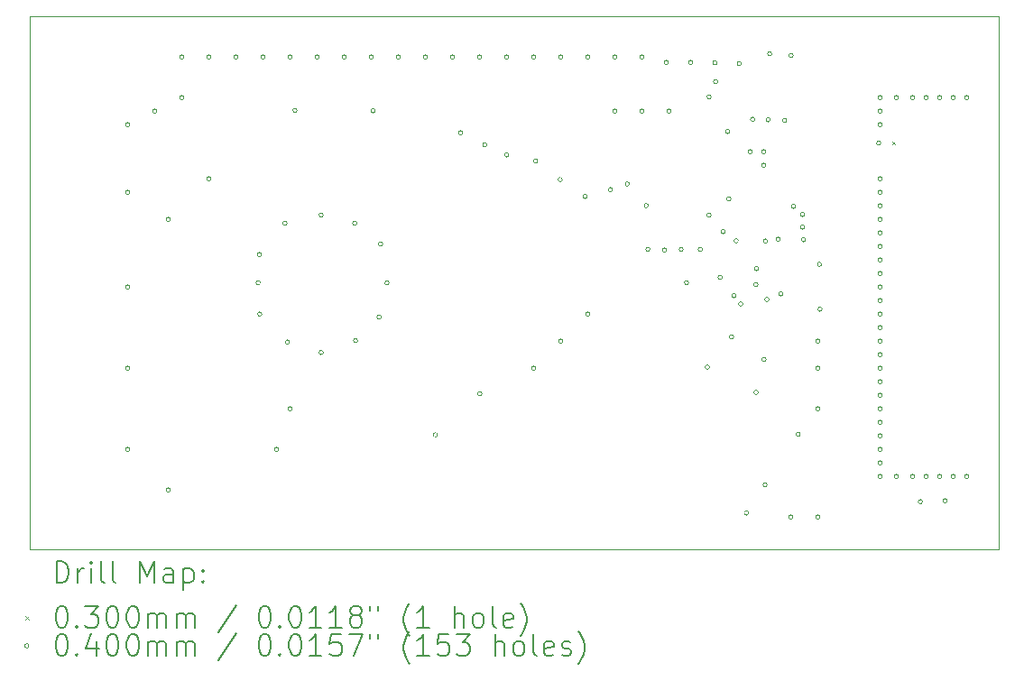
<source format=gbr>
%TF.GenerationSoftware,KiCad,Pcbnew,7.0.6*%
%TF.CreationDate,2024-11-23T01:35:05+01:00*%
%TF.ProjectId,nRF52832_visitcard,6e524635-3238-4333-925f-766973697463,v0.1*%
%TF.SameCoordinates,Original*%
%TF.FileFunction,Drillmap*%
%TF.FilePolarity,Positive*%
%FSLAX45Y45*%
G04 Gerber Fmt 4.5, Leading zero omitted, Abs format (unit mm)*
G04 Created by KiCad (PCBNEW 7.0.6) date 2024-11-23 01:35:05*
%MOMM*%
%LPD*%
G01*
G04 APERTURE LIST*
%ADD10C,0.100000*%
%ADD11C,0.200000*%
%ADD12C,0.030000*%
%ADD13C,0.040000*%
G04 APERTURE END LIST*
D10*
X10000000Y-8000000D02*
X19100000Y-8000000D01*
X19100000Y-13000000D01*
X10000000Y-13000000D01*
X10000000Y-8000000D01*
D11*
D12*
X18095200Y-9172660D02*
X18125200Y-9202660D01*
X18125200Y-9172660D02*
X18095200Y-9202660D01*
D13*
X10942000Y-9017000D02*
G75*
G03*
X10942000Y-9017000I-20000J0D01*
G01*
X10942000Y-9652000D02*
G75*
G03*
X10942000Y-9652000I-20000J0D01*
G01*
X10942000Y-10541000D02*
G75*
G03*
X10942000Y-10541000I-20000J0D01*
G01*
X10942000Y-11303000D02*
G75*
G03*
X10942000Y-11303000I-20000J0D01*
G01*
X10942000Y-12065000D02*
G75*
G03*
X10942000Y-12065000I-20000J0D01*
G01*
X11196000Y-8890000D02*
G75*
G03*
X11196000Y-8890000I-20000J0D01*
G01*
X11323000Y-9906000D02*
G75*
G03*
X11323000Y-9906000I-20000J0D01*
G01*
X11323000Y-12446000D02*
G75*
G03*
X11323000Y-12446000I-20000J0D01*
G01*
X11450000Y-8382000D02*
G75*
G03*
X11450000Y-8382000I-20000J0D01*
G01*
X11450000Y-8763000D02*
G75*
G03*
X11450000Y-8763000I-20000J0D01*
G01*
X11704000Y-8382000D02*
G75*
G03*
X11704000Y-8382000I-20000J0D01*
G01*
X11704000Y-9525000D02*
G75*
G03*
X11704000Y-9525000I-20000J0D01*
G01*
X11958000Y-8382000D02*
G75*
G03*
X11958000Y-8382000I-20000J0D01*
G01*
X12166280Y-10500360D02*
G75*
G03*
X12166280Y-10500360I-20000J0D01*
G01*
X12178980Y-10236200D02*
G75*
G03*
X12178980Y-10236200I-20000J0D01*
G01*
X12181520Y-10795000D02*
G75*
G03*
X12181520Y-10795000I-20000J0D01*
G01*
X12212000Y-8382000D02*
G75*
G03*
X12212000Y-8382000I-20000J0D01*
G01*
X12339000Y-12065000D02*
G75*
G03*
X12339000Y-12065000I-20000J0D01*
G01*
X12417740Y-9944100D02*
G75*
G03*
X12417740Y-9944100I-20000J0D01*
G01*
X12443140Y-11056620D02*
G75*
G03*
X12443140Y-11056620I-20000J0D01*
G01*
X12466000Y-8382000D02*
G75*
G03*
X12466000Y-8382000I-20000J0D01*
G01*
X12466000Y-11684000D02*
G75*
G03*
X12466000Y-11684000I-20000J0D01*
G01*
X12511720Y-8882380D02*
G75*
G03*
X12511720Y-8882380I-20000J0D01*
G01*
X12720000Y-8382000D02*
G75*
G03*
X12720000Y-8382000I-20000J0D01*
G01*
X12758100Y-9865360D02*
G75*
G03*
X12758100Y-9865360I-20000J0D01*
G01*
X12758100Y-11155680D02*
G75*
G03*
X12758100Y-11155680I-20000J0D01*
G01*
X12974000Y-8382000D02*
G75*
G03*
X12974000Y-8382000I-20000J0D01*
G01*
X13072965Y-9943815D02*
G75*
G03*
X13072965Y-9943815I-20000J0D01*
G01*
X13080680Y-11043920D02*
G75*
G03*
X13080680Y-11043920I-20000J0D01*
G01*
X13228000Y-8382000D02*
G75*
G03*
X13228000Y-8382000I-20000J0D01*
G01*
X13245780Y-8887460D02*
G75*
G03*
X13245780Y-8887460I-20000J0D01*
G01*
X13301660Y-10822940D02*
G75*
G03*
X13301660Y-10822940I-20000J0D01*
G01*
X13314360Y-10137140D02*
G75*
G03*
X13314360Y-10137140I-20000J0D01*
G01*
X13375320Y-10502900D02*
G75*
G03*
X13375320Y-10502900I-20000J0D01*
G01*
X13482000Y-8382000D02*
G75*
G03*
X13482000Y-8382000I-20000J0D01*
G01*
X13736000Y-8382000D02*
G75*
G03*
X13736000Y-8382000I-20000J0D01*
G01*
X13829980Y-11927840D02*
G75*
G03*
X13829980Y-11927840I-20000J0D01*
G01*
X13990000Y-8382000D02*
G75*
G03*
X13990000Y-8382000I-20000J0D01*
G01*
X14066200Y-9093200D02*
G75*
G03*
X14066200Y-9093200I-20000J0D01*
G01*
X14244000Y-8382000D02*
G75*
G03*
X14244000Y-8382000I-20000J0D01*
G01*
X14246540Y-11541760D02*
G75*
G03*
X14246540Y-11541760I-20000J0D01*
G01*
X14294800Y-9204960D02*
G75*
G03*
X14294800Y-9204960I-20000J0D01*
G01*
X14498000Y-8382000D02*
G75*
G03*
X14498000Y-8382000I-20000J0D01*
G01*
X14500540Y-9301480D02*
G75*
G03*
X14500540Y-9301480I-20000J0D01*
G01*
X14752000Y-8382000D02*
G75*
G03*
X14752000Y-8382000I-20000J0D01*
G01*
X14752000Y-11303000D02*
G75*
G03*
X14752000Y-11303000I-20000J0D01*
G01*
X14769780Y-9357360D02*
G75*
G03*
X14769780Y-9357360I-20000J0D01*
G01*
X15000920Y-9532620D02*
G75*
G03*
X15000920Y-9532620I-20000J0D01*
G01*
X15006000Y-8382000D02*
G75*
G03*
X15006000Y-8382000I-20000J0D01*
G01*
X15006000Y-11049000D02*
G75*
G03*
X15006000Y-11049000I-20000J0D01*
G01*
X15234600Y-9690100D02*
G75*
G03*
X15234600Y-9690100I-20000J0D01*
G01*
X15260000Y-8382000D02*
G75*
G03*
X15260000Y-8382000I-20000J0D01*
G01*
X15260000Y-10795000D02*
G75*
G03*
X15260000Y-10795000I-20000J0D01*
G01*
X15473360Y-9626600D02*
G75*
G03*
X15473360Y-9626600I-20000J0D01*
G01*
X15514000Y-8382000D02*
G75*
G03*
X15514000Y-8382000I-20000J0D01*
G01*
X15514000Y-8890000D02*
G75*
G03*
X15514000Y-8890000I-20000J0D01*
G01*
X15630840Y-9573260D02*
G75*
G03*
X15630840Y-9573260I-20000J0D01*
G01*
X15768000Y-8382000D02*
G75*
G03*
X15768000Y-8382000I-20000J0D01*
G01*
X15768000Y-8890000D02*
G75*
G03*
X15768000Y-8890000I-20000J0D01*
G01*
X15808640Y-9776460D02*
G75*
G03*
X15808640Y-9776460I-20000J0D01*
G01*
X15823880Y-10185400D02*
G75*
G03*
X15823880Y-10185400I-20000J0D01*
G01*
X15978820Y-10193020D02*
G75*
G03*
X15978820Y-10193020I-20000J0D01*
G01*
X15996600Y-8432800D02*
G75*
G03*
X15996600Y-8432800I-20000J0D01*
G01*
X16022000Y-8890000D02*
G75*
G03*
X16022000Y-8890000I-20000J0D01*
G01*
X16136300Y-10187940D02*
G75*
G03*
X16136300Y-10187940I-20000J0D01*
G01*
X16187100Y-10500360D02*
G75*
G03*
X16187100Y-10500360I-20000J0D01*
G01*
X16225200Y-8432800D02*
G75*
G03*
X16225200Y-8432800I-20000J0D01*
G01*
X16316641Y-10187939D02*
G75*
G03*
X16316641Y-10187939I-20000J0D01*
G01*
X16382680Y-11292840D02*
G75*
G03*
X16382680Y-11292840I-20000J0D01*
G01*
X16397920Y-8755380D02*
G75*
G03*
X16397920Y-8755380I-20000J0D01*
G01*
X16397920Y-9865360D02*
G75*
G03*
X16397920Y-9865360I-20000J0D01*
G01*
X16453800Y-8435340D02*
G75*
G03*
X16453800Y-8435340I-20000J0D01*
G01*
X16458880Y-8613140D02*
G75*
G03*
X16458880Y-8613140I-20000J0D01*
G01*
X16502060Y-10449560D02*
G75*
G03*
X16502060Y-10449560I-20000J0D01*
G01*
X16530000Y-10020300D02*
G75*
G03*
X16530000Y-10020300I-20000J0D01*
G01*
X16573180Y-9082080D02*
G75*
G03*
X16573180Y-9082080I-20000J0D01*
G01*
X16583340Y-9712960D02*
G75*
G03*
X16583340Y-9712960I-20000J0D01*
G01*
X16608740Y-11010900D02*
G75*
G03*
X16608740Y-11010900I-20000J0D01*
G01*
X16631600Y-10621820D02*
G75*
G03*
X16631600Y-10621820I-20000J0D01*
G01*
X16651920Y-10106660D02*
G75*
G03*
X16651920Y-10106660I-20000J0D01*
G01*
X16682400Y-8442960D02*
G75*
G03*
X16682400Y-8442960I-20000J0D01*
G01*
X16694428Y-10699619D02*
G75*
G03*
X16694428Y-10699619I-20000J0D01*
G01*
X16748440Y-12661900D02*
G75*
G03*
X16748440Y-12661900I-20000J0D01*
G01*
X16784000Y-9271000D02*
G75*
G03*
X16784000Y-9271000I-20000J0D01*
G01*
X16806860Y-8966200D02*
G75*
G03*
X16806860Y-8966200I-20000J0D01*
G01*
X16837340Y-10518140D02*
G75*
G03*
X16837340Y-10518140I-20000J0D01*
G01*
X16839880Y-11529060D02*
G75*
G03*
X16839880Y-11529060I-20000J0D01*
G01*
X16842420Y-10368280D02*
G75*
G03*
X16842420Y-10368280I-20000J0D01*
G01*
X16911000Y-9271000D02*
G75*
G03*
X16911000Y-9271000I-20000J0D01*
G01*
X16911000Y-9398000D02*
G75*
G03*
X16911000Y-9398000I-20000J0D01*
G01*
X16913540Y-11221720D02*
G75*
G03*
X16913540Y-11221720I-20000J0D01*
G01*
X16923700Y-12397740D02*
G75*
G03*
X16923700Y-12397740I-20000J0D01*
G01*
X16926682Y-10109707D02*
G75*
G03*
X16926682Y-10109707I-20000J0D01*
G01*
X16941480Y-10657840D02*
G75*
G03*
X16941480Y-10657840I-20000J0D01*
G01*
X16951640Y-8971280D02*
G75*
G03*
X16951640Y-8971280I-20000J0D01*
G01*
X16966880Y-8351520D02*
G75*
G03*
X16966880Y-8351520I-20000J0D01*
G01*
X17045620Y-10091420D02*
G75*
G03*
X17045620Y-10091420I-20000J0D01*
G01*
X17071210Y-10604500D02*
G75*
G03*
X17071210Y-10604500I-20000J0D01*
G01*
X17106580Y-8976360D02*
G75*
G03*
X17106580Y-8976360I-20000J0D01*
G01*
X17165000Y-12700000D02*
G75*
G03*
X17165000Y-12700000I-20000J0D01*
G01*
X17167540Y-8369300D02*
G75*
G03*
X17167540Y-8369300I-20000J0D01*
G01*
X17189938Y-9783005D02*
G75*
G03*
X17189938Y-9783005I-20000J0D01*
G01*
X17233580Y-11922760D02*
G75*
G03*
X17233580Y-11922760I-20000J0D01*
G01*
X17276404Y-9860869D02*
G75*
G03*
X17276404Y-9860869I-20000J0D01*
G01*
X17276760Y-9979660D02*
G75*
G03*
X17276760Y-9979660I-20000J0D01*
G01*
X17284380Y-10096500D02*
G75*
G03*
X17284380Y-10096500I-20000J0D01*
G01*
X17419000Y-11049000D02*
G75*
G03*
X17419000Y-11049000I-20000J0D01*
G01*
X17419000Y-11303000D02*
G75*
G03*
X17419000Y-11303000I-20000J0D01*
G01*
X17419000Y-11684000D02*
G75*
G03*
X17419000Y-11684000I-20000J0D01*
G01*
X17419000Y-12700000D02*
G75*
G03*
X17419000Y-12700000I-20000J0D01*
G01*
X17434240Y-10327640D02*
G75*
G03*
X17434240Y-10327640I-20000J0D01*
G01*
X17439320Y-10749280D02*
G75*
G03*
X17439320Y-10749280I-20000J0D01*
G01*
X17990500Y-9189720D02*
G75*
G03*
X17990500Y-9189720I-20000J0D01*
G01*
X18003200Y-8763000D02*
G75*
G03*
X18003200Y-8763000I-20000J0D01*
G01*
X18003200Y-8890000D02*
G75*
G03*
X18003200Y-8890000I-20000J0D01*
G01*
X18003200Y-9017000D02*
G75*
G03*
X18003200Y-9017000I-20000J0D01*
G01*
X18003200Y-9525000D02*
G75*
G03*
X18003200Y-9525000I-20000J0D01*
G01*
X18003200Y-9652000D02*
G75*
G03*
X18003200Y-9652000I-20000J0D01*
G01*
X18003200Y-9779000D02*
G75*
G03*
X18003200Y-9779000I-20000J0D01*
G01*
X18003200Y-9906000D02*
G75*
G03*
X18003200Y-9906000I-20000J0D01*
G01*
X18003200Y-10033000D02*
G75*
G03*
X18003200Y-10033000I-20000J0D01*
G01*
X18003200Y-10160000D02*
G75*
G03*
X18003200Y-10160000I-20000J0D01*
G01*
X18003200Y-10287000D02*
G75*
G03*
X18003200Y-10287000I-20000J0D01*
G01*
X18003200Y-10414000D02*
G75*
G03*
X18003200Y-10414000I-20000J0D01*
G01*
X18003200Y-10541000D02*
G75*
G03*
X18003200Y-10541000I-20000J0D01*
G01*
X18003200Y-10668000D02*
G75*
G03*
X18003200Y-10668000I-20000J0D01*
G01*
X18003200Y-10795000D02*
G75*
G03*
X18003200Y-10795000I-20000J0D01*
G01*
X18003200Y-10922000D02*
G75*
G03*
X18003200Y-10922000I-20000J0D01*
G01*
X18003200Y-11049000D02*
G75*
G03*
X18003200Y-11049000I-20000J0D01*
G01*
X18003200Y-11176000D02*
G75*
G03*
X18003200Y-11176000I-20000J0D01*
G01*
X18003200Y-11303000D02*
G75*
G03*
X18003200Y-11303000I-20000J0D01*
G01*
X18003200Y-11430000D02*
G75*
G03*
X18003200Y-11430000I-20000J0D01*
G01*
X18003200Y-11557000D02*
G75*
G03*
X18003200Y-11557000I-20000J0D01*
G01*
X18003200Y-11684000D02*
G75*
G03*
X18003200Y-11684000I-20000J0D01*
G01*
X18003200Y-11811000D02*
G75*
G03*
X18003200Y-11811000I-20000J0D01*
G01*
X18003200Y-11938000D02*
G75*
G03*
X18003200Y-11938000I-20000J0D01*
G01*
X18003200Y-12065000D02*
G75*
G03*
X18003200Y-12065000I-20000J0D01*
G01*
X18003200Y-12192000D02*
G75*
G03*
X18003200Y-12192000I-20000J0D01*
G01*
X18003200Y-12319000D02*
G75*
G03*
X18003200Y-12319000I-20000J0D01*
G01*
X18155600Y-8763000D02*
G75*
G03*
X18155600Y-8763000I-20000J0D01*
G01*
X18155600Y-12319000D02*
G75*
G03*
X18155600Y-12319000I-20000J0D01*
G01*
X18308000Y-8763000D02*
G75*
G03*
X18308000Y-8763000I-20000J0D01*
G01*
X18308000Y-12319000D02*
G75*
G03*
X18308000Y-12319000I-20000J0D01*
G01*
X18381660Y-12555220D02*
G75*
G03*
X18381660Y-12555220I-20000J0D01*
G01*
X18435000Y-8763000D02*
G75*
G03*
X18435000Y-8763000I-20000J0D01*
G01*
X18435000Y-12319000D02*
G75*
G03*
X18435000Y-12319000I-20000J0D01*
G01*
X18562000Y-8763000D02*
G75*
G03*
X18562000Y-8763000I-20000J0D01*
G01*
X18562000Y-12319000D02*
G75*
G03*
X18562000Y-12319000I-20000J0D01*
G01*
X18612800Y-12547600D02*
G75*
G03*
X18612800Y-12547600I-20000J0D01*
G01*
X18689000Y-8763000D02*
G75*
G03*
X18689000Y-8763000I-20000J0D01*
G01*
X18689000Y-12319000D02*
G75*
G03*
X18689000Y-12319000I-20000J0D01*
G01*
X18816000Y-8763000D02*
G75*
G03*
X18816000Y-8763000I-20000J0D01*
G01*
X18816000Y-12319000D02*
G75*
G03*
X18816000Y-12319000I-20000J0D01*
G01*
D11*
X10255777Y-13316484D02*
X10255777Y-13116484D01*
X10255777Y-13116484D02*
X10303396Y-13116484D01*
X10303396Y-13116484D02*
X10331967Y-13126008D01*
X10331967Y-13126008D02*
X10351015Y-13145055D01*
X10351015Y-13145055D02*
X10360539Y-13164103D01*
X10360539Y-13164103D02*
X10370063Y-13202198D01*
X10370063Y-13202198D02*
X10370063Y-13230769D01*
X10370063Y-13230769D02*
X10360539Y-13268865D01*
X10360539Y-13268865D02*
X10351015Y-13287912D01*
X10351015Y-13287912D02*
X10331967Y-13306960D01*
X10331967Y-13306960D02*
X10303396Y-13316484D01*
X10303396Y-13316484D02*
X10255777Y-13316484D01*
X10455777Y-13316484D02*
X10455777Y-13183150D01*
X10455777Y-13221246D02*
X10465301Y-13202198D01*
X10465301Y-13202198D02*
X10474824Y-13192674D01*
X10474824Y-13192674D02*
X10493872Y-13183150D01*
X10493872Y-13183150D02*
X10512920Y-13183150D01*
X10579586Y-13316484D02*
X10579586Y-13183150D01*
X10579586Y-13116484D02*
X10570063Y-13126008D01*
X10570063Y-13126008D02*
X10579586Y-13135531D01*
X10579586Y-13135531D02*
X10589110Y-13126008D01*
X10589110Y-13126008D02*
X10579586Y-13116484D01*
X10579586Y-13116484D02*
X10579586Y-13135531D01*
X10703396Y-13316484D02*
X10684348Y-13306960D01*
X10684348Y-13306960D02*
X10674824Y-13287912D01*
X10674824Y-13287912D02*
X10674824Y-13116484D01*
X10808158Y-13316484D02*
X10789110Y-13306960D01*
X10789110Y-13306960D02*
X10779586Y-13287912D01*
X10779586Y-13287912D02*
X10779586Y-13116484D01*
X11036729Y-13316484D02*
X11036729Y-13116484D01*
X11036729Y-13116484D02*
X11103396Y-13259341D01*
X11103396Y-13259341D02*
X11170063Y-13116484D01*
X11170063Y-13116484D02*
X11170063Y-13316484D01*
X11351015Y-13316484D02*
X11351015Y-13211722D01*
X11351015Y-13211722D02*
X11341491Y-13192674D01*
X11341491Y-13192674D02*
X11322443Y-13183150D01*
X11322443Y-13183150D02*
X11284348Y-13183150D01*
X11284348Y-13183150D02*
X11265301Y-13192674D01*
X11351015Y-13306960D02*
X11331967Y-13316484D01*
X11331967Y-13316484D02*
X11284348Y-13316484D01*
X11284348Y-13316484D02*
X11265301Y-13306960D01*
X11265301Y-13306960D02*
X11255777Y-13287912D01*
X11255777Y-13287912D02*
X11255777Y-13268865D01*
X11255777Y-13268865D02*
X11265301Y-13249817D01*
X11265301Y-13249817D02*
X11284348Y-13240293D01*
X11284348Y-13240293D02*
X11331967Y-13240293D01*
X11331967Y-13240293D02*
X11351015Y-13230769D01*
X11446253Y-13183150D02*
X11446253Y-13383150D01*
X11446253Y-13192674D02*
X11465301Y-13183150D01*
X11465301Y-13183150D02*
X11503396Y-13183150D01*
X11503396Y-13183150D02*
X11522443Y-13192674D01*
X11522443Y-13192674D02*
X11531967Y-13202198D01*
X11531967Y-13202198D02*
X11541491Y-13221246D01*
X11541491Y-13221246D02*
X11541491Y-13278388D01*
X11541491Y-13278388D02*
X11531967Y-13297436D01*
X11531967Y-13297436D02*
X11522443Y-13306960D01*
X11522443Y-13306960D02*
X11503396Y-13316484D01*
X11503396Y-13316484D02*
X11465301Y-13316484D01*
X11465301Y-13316484D02*
X11446253Y-13306960D01*
X11627205Y-13297436D02*
X11636729Y-13306960D01*
X11636729Y-13306960D02*
X11627205Y-13316484D01*
X11627205Y-13316484D02*
X11617682Y-13306960D01*
X11617682Y-13306960D02*
X11627205Y-13297436D01*
X11627205Y-13297436D02*
X11627205Y-13316484D01*
X11627205Y-13192674D02*
X11636729Y-13202198D01*
X11636729Y-13202198D02*
X11627205Y-13211722D01*
X11627205Y-13211722D02*
X11617682Y-13202198D01*
X11617682Y-13202198D02*
X11627205Y-13192674D01*
X11627205Y-13192674D02*
X11627205Y-13211722D01*
D12*
X9965000Y-13630000D02*
X9995000Y-13660000D01*
X9995000Y-13630000D02*
X9965000Y-13660000D01*
D11*
X10293872Y-13536484D02*
X10312920Y-13536484D01*
X10312920Y-13536484D02*
X10331967Y-13546008D01*
X10331967Y-13546008D02*
X10341491Y-13555531D01*
X10341491Y-13555531D02*
X10351015Y-13574579D01*
X10351015Y-13574579D02*
X10360539Y-13612674D01*
X10360539Y-13612674D02*
X10360539Y-13660293D01*
X10360539Y-13660293D02*
X10351015Y-13698388D01*
X10351015Y-13698388D02*
X10341491Y-13717436D01*
X10341491Y-13717436D02*
X10331967Y-13726960D01*
X10331967Y-13726960D02*
X10312920Y-13736484D01*
X10312920Y-13736484D02*
X10293872Y-13736484D01*
X10293872Y-13736484D02*
X10274824Y-13726960D01*
X10274824Y-13726960D02*
X10265301Y-13717436D01*
X10265301Y-13717436D02*
X10255777Y-13698388D01*
X10255777Y-13698388D02*
X10246253Y-13660293D01*
X10246253Y-13660293D02*
X10246253Y-13612674D01*
X10246253Y-13612674D02*
X10255777Y-13574579D01*
X10255777Y-13574579D02*
X10265301Y-13555531D01*
X10265301Y-13555531D02*
X10274824Y-13546008D01*
X10274824Y-13546008D02*
X10293872Y-13536484D01*
X10446253Y-13717436D02*
X10455777Y-13726960D01*
X10455777Y-13726960D02*
X10446253Y-13736484D01*
X10446253Y-13736484D02*
X10436729Y-13726960D01*
X10436729Y-13726960D02*
X10446253Y-13717436D01*
X10446253Y-13717436D02*
X10446253Y-13736484D01*
X10522444Y-13536484D02*
X10646253Y-13536484D01*
X10646253Y-13536484D02*
X10579586Y-13612674D01*
X10579586Y-13612674D02*
X10608158Y-13612674D01*
X10608158Y-13612674D02*
X10627205Y-13622198D01*
X10627205Y-13622198D02*
X10636729Y-13631722D01*
X10636729Y-13631722D02*
X10646253Y-13650769D01*
X10646253Y-13650769D02*
X10646253Y-13698388D01*
X10646253Y-13698388D02*
X10636729Y-13717436D01*
X10636729Y-13717436D02*
X10627205Y-13726960D01*
X10627205Y-13726960D02*
X10608158Y-13736484D01*
X10608158Y-13736484D02*
X10551015Y-13736484D01*
X10551015Y-13736484D02*
X10531967Y-13726960D01*
X10531967Y-13726960D02*
X10522444Y-13717436D01*
X10770063Y-13536484D02*
X10789110Y-13536484D01*
X10789110Y-13536484D02*
X10808158Y-13546008D01*
X10808158Y-13546008D02*
X10817682Y-13555531D01*
X10817682Y-13555531D02*
X10827205Y-13574579D01*
X10827205Y-13574579D02*
X10836729Y-13612674D01*
X10836729Y-13612674D02*
X10836729Y-13660293D01*
X10836729Y-13660293D02*
X10827205Y-13698388D01*
X10827205Y-13698388D02*
X10817682Y-13717436D01*
X10817682Y-13717436D02*
X10808158Y-13726960D01*
X10808158Y-13726960D02*
X10789110Y-13736484D01*
X10789110Y-13736484D02*
X10770063Y-13736484D01*
X10770063Y-13736484D02*
X10751015Y-13726960D01*
X10751015Y-13726960D02*
X10741491Y-13717436D01*
X10741491Y-13717436D02*
X10731967Y-13698388D01*
X10731967Y-13698388D02*
X10722444Y-13660293D01*
X10722444Y-13660293D02*
X10722444Y-13612674D01*
X10722444Y-13612674D02*
X10731967Y-13574579D01*
X10731967Y-13574579D02*
X10741491Y-13555531D01*
X10741491Y-13555531D02*
X10751015Y-13546008D01*
X10751015Y-13546008D02*
X10770063Y-13536484D01*
X10960539Y-13536484D02*
X10979586Y-13536484D01*
X10979586Y-13536484D02*
X10998634Y-13546008D01*
X10998634Y-13546008D02*
X11008158Y-13555531D01*
X11008158Y-13555531D02*
X11017682Y-13574579D01*
X11017682Y-13574579D02*
X11027205Y-13612674D01*
X11027205Y-13612674D02*
X11027205Y-13660293D01*
X11027205Y-13660293D02*
X11017682Y-13698388D01*
X11017682Y-13698388D02*
X11008158Y-13717436D01*
X11008158Y-13717436D02*
X10998634Y-13726960D01*
X10998634Y-13726960D02*
X10979586Y-13736484D01*
X10979586Y-13736484D02*
X10960539Y-13736484D01*
X10960539Y-13736484D02*
X10941491Y-13726960D01*
X10941491Y-13726960D02*
X10931967Y-13717436D01*
X10931967Y-13717436D02*
X10922444Y-13698388D01*
X10922444Y-13698388D02*
X10912920Y-13660293D01*
X10912920Y-13660293D02*
X10912920Y-13612674D01*
X10912920Y-13612674D02*
X10922444Y-13574579D01*
X10922444Y-13574579D02*
X10931967Y-13555531D01*
X10931967Y-13555531D02*
X10941491Y-13546008D01*
X10941491Y-13546008D02*
X10960539Y-13536484D01*
X11112920Y-13736484D02*
X11112920Y-13603150D01*
X11112920Y-13622198D02*
X11122444Y-13612674D01*
X11122444Y-13612674D02*
X11141491Y-13603150D01*
X11141491Y-13603150D02*
X11170063Y-13603150D01*
X11170063Y-13603150D02*
X11189110Y-13612674D01*
X11189110Y-13612674D02*
X11198634Y-13631722D01*
X11198634Y-13631722D02*
X11198634Y-13736484D01*
X11198634Y-13631722D02*
X11208158Y-13612674D01*
X11208158Y-13612674D02*
X11227205Y-13603150D01*
X11227205Y-13603150D02*
X11255777Y-13603150D01*
X11255777Y-13603150D02*
X11274824Y-13612674D01*
X11274824Y-13612674D02*
X11284348Y-13631722D01*
X11284348Y-13631722D02*
X11284348Y-13736484D01*
X11379586Y-13736484D02*
X11379586Y-13603150D01*
X11379586Y-13622198D02*
X11389110Y-13612674D01*
X11389110Y-13612674D02*
X11408158Y-13603150D01*
X11408158Y-13603150D02*
X11436729Y-13603150D01*
X11436729Y-13603150D02*
X11455777Y-13612674D01*
X11455777Y-13612674D02*
X11465301Y-13631722D01*
X11465301Y-13631722D02*
X11465301Y-13736484D01*
X11465301Y-13631722D02*
X11474824Y-13612674D01*
X11474824Y-13612674D02*
X11493872Y-13603150D01*
X11493872Y-13603150D02*
X11522443Y-13603150D01*
X11522443Y-13603150D02*
X11541491Y-13612674D01*
X11541491Y-13612674D02*
X11551015Y-13631722D01*
X11551015Y-13631722D02*
X11551015Y-13736484D01*
X11941491Y-13526960D02*
X11770063Y-13784103D01*
X12198634Y-13536484D02*
X12217682Y-13536484D01*
X12217682Y-13536484D02*
X12236729Y-13546008D01*
X12236729Y-13546008D02*
X12246253Y-13555531D01*
X12246253Y-13555531D02*
X12255777Y-13574579D01*
X12255777Y-13574579D02*
X12265301Y-13612674D01*
X12265301Y-13612674D02*
X12265301Y-13660293D01*
X12265301Y-13660293D02*
X12255777Y-13698388D01*
X12255777Y-13698388D02*
X12246253Y-13717436D01*
X12246253Y-13717436D02*
X12236729Y-13726960D01*
X12236729Y-13726960D02*
X12217682Y-13736484D01*
X12217682Y-13736484D02*
X12198634Y-13736484D01*
X12198634Y-13736484D02*
X12179586Y-13726960D01*
X12179586Y-13726960D02*
X12170063Y-13717436D01*
X12170063Y-13717436D02*
X12160539Y-13698388D01*
X12160539Y-13698388D02*
X12151015Y-13660293D01*
X12151015Y-13660293D02*
X12151015Y-13612674D01*
X12151015Y-13612674D02*
X12160539Y-13574579D01*
X12160539Y-13574579D02*
X12170063Y-13555531D01*
X12170063Y-13555531D02*
X12179586Y-13546008D01*
X12179586Y-13546008D02*
X12198634Y-13536484D01*
X12351015Y-13717436D02*
X12360539Y-13726960D01*
X12360539Y-13726960D02*
X12351015Y-13736484D01*
X12351015Y-13736484D02*
X12341491Y-13726960D01*
X12341491Y-13726960D02*
X12351015Y-13717436D01*
X12351015Y-13717436D02*
X12351015Y-13736484D01*
X12484348Y-13536484D02*
X12503396Y-13536484D01*
X12503396Y-13536484D02*
X12522444Y-13546008D01*
X12522444Y-13546008D02*
X12531967Y-13555531D01*
X12531967Y-13555531D02*
X12541491Y-13574579D01*
X12541491Y-13574579D02*
X12551015Y-13612674D01*
X12551015Y-13612674D02*
X12551015Y-13660293D01*
X12551015Y-13660293D02*
X12541491Y-13698388D01*
X12541491Y-13698388D02*
X12531967Y-13717436D01*
X12531967Y-13717436D02*
X12522444Y-13726960D01*
X12522444Y-13726960D02*
X12503396Y-13736484D01*
X12503396Y-13736484D02*
X12484348Y-13736484D01*
X12484348Y-13736484D02*
X12465301Y-13726960D01*
X12465301Y-13726960D02*
X12455777Y-13717436D01*
X12455777Y-13717436D02*
X12446253Y-13698388D01*
X12446253Y-13698388D02*
X12436729Y-13660293D01*
X12436729Y-13660293D02*
X12436729Y-13612674D01*
X12436729Y-13612674D02*
X12446253Y-13574579D01*
X12446253Y-13574579D02*
X12455777Y-13555531D01*
X12455777Y-13555531D02*
X12465301Y-13546008D01*
X12465301Y-13546008D02*
X12484348Y-13536484D01*
X12741491Y-13736484D02*
X12627206Y-13736484D01*
X12684348Y-13736484D02*
X12684348Y-13536484D01*
X12684348Y-13536484D02*
X12665301Y-13565055D01*
X12665301Y-13565055D02*
X12646253Y-13584103D01*
X12646253Y-13584103D02*
X12627206Y-13593627D01*
X12931967Y-13736484D02*
X12817682Y-13736484D01*
X12874825Y-13736484D02*
X12874825Y-13536484D01*
X12874825Y-13536484D02*
X12855777Y-13565055D01*
X12855777Y-13565055D02*
X12836729Y-13584103D01*
X12836729Y-13584103D02*
X12817682Y-13593627D01*
X13046253Y-13622198D02*
X13027206Y-13612674D01*
X13027206Y-13612674D02*
X13017682Y-13603150D01*
X13017682Y-13603150D02*
X13008158Y-13584103D01*
X13008158Y-13584103D02*
X13008158Y-13574579D01*
X13008158Y-13574579D02*
X13017682Y-13555531D01*
X13017682Y-13555531D02*
X13027206Y-13546008D01*
X13027206Y-13546008D02*
X13046253Y-13536484D01*
X13046253Y-13536484D02*
X13084348Y-13536484D01*
X13084348Y-13536484D02*
X13103396Y-13546008D01*
X13103396Y-13546008D02*
X13112920Y-13555531D01*
X13112920Y-13555531D02*
X13122444Y-13574579D01*
X13122444Y-13574579D02*
X13122444Y-13584103D01*
X13122444Y-13584103D02*
X13112920Y-13603150D01*
X13112920Y-13603150D02*
X13103396Y-13612674D01*
X13103396Y-13612674D02*
X13084348Y-13622198D01*
X13084348Y-13622198D02*
X13046253Y-13622198D01*
X13046253Y-13622198D02*
X13027206Y-13631722D01*
X13027206Y-13631722D02*
X13017682Y-13641246D01*
X13017682Y-13641246D02*
X13008158Y-13660293D01*
X13008158Y-13660293D02*
X13008158Y-13698388D01*
X13008158Y-13698388D02*
X13017682Y-13717436D01*
X13017682Y-13717436D02*
X13027206Y-13726960D01*
X13027206Y-13726960D02*
X13046253Y-13736484D01*
X13046253Y-13736484D02*
X13084348Y-13736484D01*
X13084348Y-13736484D02*
X13103396Y-13726960D01*
X13103396Y-13726960D02*
X13112920Y-13717436D01*
X13112920Y-13717436D02*
X13122444Y-13698388D01*
X13122444Y-13698388D02*
X13122444Y-13660293D01*
X13122444Y-13660293D02*
X13112920Y-13641246D01*
X13112920Y-13641246D02*
X13103396Y-13631722D01*
X13103396Y-13631722D02*
X13084348Y-13622198D01*
X13198634Y-13536484D02*
X13198634Y-13574579D01*
X13274825Y-13536484D02*
X13274825Y-13574579D01*
X13570063Y-13812674D02*
X13560539Y-13803150D01*
X13560539Y-13803150D02*
X13541491Y-13774579D01*
X13541491Y-13774579D02*
X13531968Y-13755531D01*
X13531968Y-13755531D02*
X13522444Y-13726960D01*
X13522444Y-13726960D02*
X13512920Y-13679341D01*
X13512920Y-13679341D02*
X13512920Y-13641246D01*
X13512920Y-13641246D02*
X13522444Y-13593627D01*
X13522444Y-13593627D02*
X13531968Y-13565055D01*
X13531968Y-13565055D02*
X13541491Y-13546008D01*
X13541491Y-13546008D02*
X13560539Y-13517436D01*
X13560539Y-13517436D02*
X13570063Y-13507912D01*
X13751015Y-13736484D02*
X13636729Y-13736484D01*
X13693872Y-13736484D02*
X13693872Y-13536484D01*
X13693872Y-13536484D02*
X13674825Y-13565055D01*
X13674825Y-13565055D02*
X13655777Y-13584103D01*
X13655777Y-13584103D02*
X13636729Y-13593627D01*
X13989110Y-13736484D02*
X13989110Y-13536484D01*
X14074825Y-13736484D02*
X14074825Y-13631722D01*
X14074825Y-13631722D02*
X14065301Y-13612674D01*
X14065301Y-13612674D02*
X14046253Y-13603150D01*
X14046253Y-13603150D02*
X14017682Y-13603150D01*
X14017682Y-13603150D02*
X13998634Y-13612674D01*
X13998634Y-13612674D02*
X13989110Y-13622198D01*
X14198634Y-13736484D02*
X14179587Y-13726960D01*
X14179587Y-13726960D02*
X14170063Y-13717436D01*
X14170063Y-13717436D02*
X14160539Y-13698388D01*
X14160539Y-13698388D02*
X14160539Y-13641246D01*
X14160539Y-13641246D02*
X14170063Y-13622198D01*
X14170063Y-13622198D02*
X14179587Y-13612674D01*
X14179587Y-13612674D02*
X14198634Y-13603150D01*
X14198634Y-13603150D02*
X14227206Y-13603150D01*
X14227206Y-13603150D02*
X14246253Y-13612674D01*
X14246253Y-13612674D02*
X14255777Y-13622198D01*
X14255777Y-13622198D02*
X14265301Y-13641246D01*
X14265301Y-13641246D02*
X14265301Y-13698388D01*
X14265301Y-13698388D02*
X14255777Y-13717436D01*
X14255777Y-13717436D02*
X14246253Y-13726960D01*
X14246253Y-13726960D02*
X14227206Y-13736484D01*
X14227206Y-13736484D02*
X14198634Y-13736484D01*
X14379587Y-13736484D02*
X14360539Y-13726960D01*
X14360539Y-13726960D02*
X14351015Y-13707912D01*
X14351015Y-13707912D02*
X14351015Y-13536484D01*
X14531968Y-13726960D02*
X14512920Y-13736484D01*
X14512920Y-13736484D02*
X14474825Y-13736484D01*
X14474825Y-13736484D02*
X14455777Y-13726960D01*
X14455777Y-13726960D02*
X14446253Y-13707912D01*
X14446253Y-13707912D02*
X14446253Y-13631722D01*
X14446253Y-13631722D02*
X14455777Y-13612674D01*
X14455777Y-13612674D02*
X14474825Y-13603150D01*
X14474825Y-13603150D02*
X14512920Y-13603150D01*
X14512920Y-13603150D02*
X14531968Y-13612674D01*
X14531968Y-13612674D02*
X14541491Y-13631722D01*
X14541491Y-13631722D02*
X14541491Y-13650769D01*
X14541491Y-13650769D02*
X14446253Y-13669817D01*
X14608158Y-13812674D02*
X14617682Y-13803150D01*
X14617682Y-13803150D02*
X14636730Y-13774579D01*
X14636730Y-13774579D02*
X14646253Y-13755531D01*
X14646253Y-13755531D02*
X14655777Y-13726960D01*
X14655777Y-13726960D02*
X14665301Y-13679341D01*
X14665301Y-13679341D02*
X14665301Y-13641246D01*
X14665301Y-13641246D02*
X14655777Y-13593627D01*
X14655777Y-13593627D02*
X14646253Y-13565055D01*
X14646253Y-13565055D02*
X14636730Y-13546008D01*
X14636730Y-13546008D02*
X14617682Y-13517436D01*
X14617682Y-13517436D02*
X14608158Y-13507912D01*
D13*
X9995000Y-13909000D02*
G75*
G03*
X9995000Y-13909000I-20000J0D01*
G01*
D11*
X10293872Y-13800484D02*
X10312920Y-13800484D01*
X10312920Y-13800484D02*
X10331967Y-13810008D01*
X10331967Y-13810008D02*
X10341491Y-13819531D01*
X10341491Y-13819531D02*
X10351015Y-13838579D01*
X10351015Y-13838579D02*
X10360539Y-13876674D01*
X10360539Y-13876674D02*
X10360539Y-13924293D01*
X10360539Y-13924293D02*
X10351015Y-13962388D01*
X10351015Y-13962388D02*
X10341491Y-13981436D01*
X10341491Y-13981436D02*
X10331967Y-13990960D01*
X10331967Y-13990960D02*
X10312920Y-14000484D01*
X10312920Y-14000484D02*
X10293872Y-14000484D01*
X10293872Y-14000484D02*
X10274824Y-13990960D01*
X10274824Y-13990960D02*
X10265301Y-13981436D01*
X10265301Y-13981436D02*
X10255777Y-13962388D01*
X10255777Y-13962388D02*
X10246253Y-13924293D01*
X10246253Y-13924293D02*
X10246253Y-13876674D01*
X10246253Y-13876674D02*
X10255777Y-13838579D01*
X10255777Y-13838579D02*
X10265301Y-13819531D01*
X10265301Y-13819531D02*
X10274824Y-13810008D01*
X10274824Y-13810008D02*
X10293872Y-13800484D01*
X10446253Y-13981436D02*
X10455777Y-13990960D01*
X10455777Y-13990960D02*
X10446253Y-14000484D01*
X10446253Y-14000484D02*
X10436729Y-13990960D01*
X10436729Y-13990960D02*
X10446253Y-13981436D01*
X10446253Y-13981436D02*
X10446253Y-14000484D01*
X10627205Y-13867150D02*
X10627205Y-14000484D01*
X10579586Y-13790960D02*
X10531967Y-13933817D01*
X10531967Y-13933817D02*
X10655777Y-13933817D01*
X10770063Y-13800484D02*
X10789110Y-13800484D01*
X10789110Y-13800484D02*
X10808158Y-13810008D01*
X10808158Y-13810008D02*
X10817682Y-13819531D01*
X10817682Y-13819531D02*
X10827205Y-13838579D01*
X10827205Y-13838579D02*
X10836729Y-13876674D01*
X10836729Y-13876674D02*
X10836729Y-13924293D01*
X10836729Y-13924293D02*
X10827205Y-13962388D01*
X10827205Y-13962388D02*
X10817682Y-13981436D01*
X10817682Y-13981436D02*
X10808158Y-13990960D01*
X10808158Y-13990960D02*
X10789110Y-14000484D01*
X10789110Y-14000484D02*
X10770063Y-14000484D01*
X10770063Y-14000484D02*
X10751015Y-13990960D01*
X10751015Y-13990960D02*
X10741491Y-13981436D01*
X10741491Y-13981436D02*
X10731967Y-13962388D01*
X10731967Y-13962388D02*
X10722444Y-13924293D01*
X10722444Y-13924293D02*
X10722444Y-13876674D01*
X10722444Y-13876674D02*
X10731967Y-13838579D01*
X10731967Y-13838579D02*
X10741491Y-13819531D01*
X10741491Y-13819531D02*
X10751015Y-13810008D01*
X10751015Y-13810008D02*
X10770063Y-13800484D01*
X10960539Y-13800484D02*
X10979586Y-13800484D01*
X10979586Y-13800484D02*
X10998634Y-13810008D01*
X10998634Y-13810008D02*
X11008158Y-13819531D01*
X11008158Y-13819531D02*
X11017682Y-13838579D01*
X11017682Y-13838579D02*
X11027205Y-13876674D01*
X11027205Y-13876674D02*
X11027205Y-13924293D01*
X11027205Y-13924293D02*
X11017682Y-13962388D01*
X11017682Y-13962388D02*
X11008158Y-13981436D01*
X11008158Y-13981436D02*
X10998634Y-13990960D01*
X10998634Y-13990960D02*
X10979586Y-14000484D01*
X10979586Y-14000484D02*
X10960539Y-14000484D01*
X10960539Y-14000484D02*
X10941491Y-13990960D01*
X10941491Y-13990960D02*
X10931967Y-13981436D01*
X10931967Y-13981436D02*
X10922444Y-13962388D01*
X10922444Y-13962388D02*
X10912920Y-13924293D01*
X10912920Y-13924293D02*
X10912920Y-13876674D01*
X10912920Y-13876674D02*
X10922444Y-13838579D01*
X10922444Y-13838579D02*
X10931967Y-13819531D01*
X10931967Y-13819531D02*
X10941491Y-13810008D01*
X10941491Y-13810008D02*
X10960539Y-13800484D01*
X11112920Y-14000484D02*
X11112920Y-13867150D01*
X11112920Y-13886198D02*
X11122444Y-13876674D01*
X11122444Y-13876674D02*
X11141491Y-13867150D01*
X11141491Y-13867150D02*
X11170063Y-13867150D01*
X11170063Y-13867150D02*
X11189110Y-13876674D01*
X11189110Y-13876674D02*
X11198634Y-13895722D01*
X11198634Y-13895722D02*
X11198634Y-14000484D01*
X11198634Y-13895722D02*
X11208158Y-13876674D01*
X11208158Y-13876674D02*
X11227205Y-13867150D01*
X11227205Y-13867150D02*
X11255777Y-13867150D01*
X11255777Y-13867150D02*
X11274824Y-13876674D01*
X11274824Y-13876674D02*
X11284348Y-13895722D01*
X11284348Y-13895722D02*
X11284348Y-14000484D01*
X11379586Y-14000484D02*
X11379586Y-13867150D01*
X11379586Y-13886198D02*
X11389110Y-13876674D01*
X11389110Y-13876674D02*
X11408158Y-13867150D01*
X11408158Y-13867150D02*
X11436729Y-13867150D01*
X11436729Y-13867150D02*
X11455777Y-13876674D01*
X11455777Y-13876674D02*
X11465301Y-13895722D01*
X11465301Y-13895722D02*
X11465301Y-14000484D01*
X11465301Y-13895722D02*
X11474824Y-13876674D01*
X11474824Y-13876674D02*
X11493872Y-13867150D01*
X11493872Y-13867150D02*
X11522443Y-13867150D01*
X11522443Y-13867150D02*
X11541491Y-13876674D01*
X11541491Y-13876674D02*
X11551015Y-13895722D01*
X11551015Y-13895722D02*
X11551015Y-14000484D01*
X11941491Y-13790960D02*
X11770063Y-14048103D01*
X12198634Y-13800484D02*
X12217682Y-13800484D01*
X12217682Y-13800484D02*
X12236729Y-13810008D01*
X12236729Y-13810008D02*
X12246253Y-13819531D01*
X12246253Y-13819531D02*
X12255777Y-13838579D01*
X12255777Y-13838579D02*
X12265301Y-13876674D01*
X12265301Y-13876674D02*
X12265301Y-13924293D01*
X12265301Y-13924293D02*
X12255777Y-13962388D01*
X12255777Y-13962388D02*
X12246253Y-13981436D01*
X12246253Y-13981436D02*
X12236729Y-13990960D01*
X12236729Y-13990960D02*
X12217682Y-14000484D01*
X12217682Y-14000484D02*
X12198634Y-14000484D01*
X12198634Y-14000484D02*
X12179586Y-13990960D01*
X12179586Y-13990960D02*
X12170063Y-13981436D01*
X12170063Y-13981436D02*
X12160539Y-13962388D01*
X12160539Y-13962388D02*
X12151015Y-13924293D01*
X12151015Y-13924293D02*
X12151015Y-13876674D01*
X12151015Y-13876674D02*
X12160539Y-13838579D01*
X12160539Y-13838579D02*
X12170063Y-13819531D01*
X12170063Y-13819531D02*
X12179586Y-13810008D01*
X12179586Y-13810008D02*
X12198634Y-13800484D01*
X12351015Y-13981436D02*
X12360539Y-13990960D01*
X12360539Y-13990960D02*
X12351015Y-14000484D01*
X12351015Y-14000484D02*
X12341491Y-13990960D01*
X12341491Y-13990960D02*
X12351015Y-13981436D01*
X12351015Y-13981436D02*
X12351015Y-14000484D01*
X12484348Y-13800484D02*
X12503396Y-13800484D01*
X12503396Y-13800484D02*
X12522444Y-13810008D01*
X12522444Y-13810008D02*
X12531967Y-13819531D01*
X12531967Y-13819531D02*
X12541491Y-13838579D01*
X12541491Y-13838579D02*
X12551015Y-13876674D01*
X12551015Y-13876674D02*
X12551015Y-13924293D01*
X12551015Y-13924293D02*
X12541491Y-13962388D01*
X12541491Y-13962388D02*
X12531967Y-13981436D01*
X12531967Y-13981436D02*
X12522444Y-13990960D01*
X12522444Y-13990960D02*
X12503396Y-14000484D01*
X12503396Y-14000484D02*
X12484348Y-14000484D01*
X12484348Y-14000484D02*
X12465301Y-13990960D01*
X12465301Y-13990960D02*
X12455777Y-13981436D01*
X12455777Y-13981436D02*
X12446253Y-13962388D01*
X12446253Y-13962388D02*
X12436729Y-13924293D01*
X12436729Y-13924293D02*
X12436729Y-13876674D01*
X12436729Y-13876674D02*
X12446253Y-13838579D01*
X12446253Y-13838579D02*
X12455777Y-13819531D01*
X12455777Y-13819531D02*
X12465301Y-13810008D01*
X12465301Y-13810008D02*
X12484348Y-13800484D01*
X12741491Y-14000484D02*
X12627206Y-14000484D01*
X12684348Y-14000484D02*
X12684348Y-13800484D01*
X12684348Y-13800484D02*
X12665301Y-13829055D01*
X12665301Y-13829055D02*
X12646253Y-13848103D01*
X12646253Y-13848103D02*
X12627206Y-13857627D01*
X12922444Y-13800484D02*
X12827206Y-13800484D01*
X12827206Y-13800484D02*
X12817682Y-13895722D01*
X12817682Y-13895722D02*
X12827206Y-13886198D01*
X12827206Y-13886198D02*
X12846253Y-13876674D01*
X12846253Y-13876674D02*
X12893872Y-13876674D01*
X12893872Y-13876674D02*
X12912920Y-13886198D01*
X12912920Y-13886198D02*
X12922444Y-13895722D01*
X12922444Y-13895722D02*
X12931967Y-13914769D01*
X12931967Y-13914769D02*
X12931967Y-13962388D01*
X12931967Y-13962388D02*
X12922444Y-13981436D01*
X12922444Y-13981436D02*
X12912920Y-13990960D01*
X12912920Y-13990960D02*
X12893872Y-14000484D01*
X12893872Y-14000484D02*
X12846253Y-14000484D01*
X12846253Y-14000484D02*
X12827206Y-13990960D01*
X12827206Y-13990960D02*
X12817682Y-13981436D01*
X12998634Y-13800484D02*
X13131967Y-13800484D01*
X13131967Y-13800484D02*
X13046253Y-14000484D01*
X13198634Y-13800484D02*
X13198634Y-13838579D01*
X13274825Y-13800484D02*
X13274825Y-13838579D01*
X13570063Y-14076674D02*
X13560539Y-14067150D01*
X13560539Y-14067150D02*
X13541491Y-14038579D01*
X13541491Y-14038579D02*
X13531968Y-14019531D01*
X13531968Y-14019531D02*
X13522444Y-13990960D01*
X13522444Y-13990960D02*
X13512920Y-13943341D01*
X13512920Y-13943341D02*
X13512920Y-13905246D01*
X13512920Y-13905246D02*
X13522444Y-13857627D01*
X13522444Y-13857627D02*
X13531968Y-13829055D01*
X13531968Y-13829055D02*
X13541491Y-13810008D01*
X13541491Y-13810008D02*
X13560539Y-13781436D01*
X13560539Y-13781436D02*
X13570063Y-13771912D01*
X13751015Y-14000484D02*
X13636729Y-14000484D01*
X13693872Y-14000484D02*
X13693872Y-13800484D01*
X13693872Y-13800484D02*
X13674825Y-13829055D01*
X13674825Y-13829055D02*
X13655777Y-13848103D01*
X13655777Y-13848103D02*
X13636729Y-13857627D01*
X13931968Y-13800484D02*
X13836729Y-13800484D01*
X13836729Y-13800484D02*
X13827206Y-13895722D01*
X13827206Y-13895722D02*
X13836729Y-13886198D01*
X13836729Y-13886198D02*
X13855777Y-13876674D01*
X13855777Y-13876674D02*
X13903396Y-13876674D01*
X13903396Y-13876674D02*
X13922444Y-13886198D01*
X13922444Y-13886198D02*
X13931968Y-13895722D01*
X13931968Y-13895722D02*
X13941491Y-13914769D01*
X13941491Y-13914769D02*
X13941491Y-13962388D01*
X13941491Y-13962388D02*
X13931968Y-13981436D01*
X13931968Y-13981436D02*
X13922444Y-13990960D01*
X13922444Y-13990960D02*
X13903396Y-14000484D01*
X13903396Y-14000484D02*
X13855777Y-14000484D01*
X13855777Y-14000484D02*
X13836729Y-13990960D01*
X13836729Y-13990960D02*
X13827206Y-13981436D01*
X14008158Y-13800484D02*
X14131968Y-13800484D01*
X14131968Y-13800484D02*
X14065301Y-13876674D01*
X14065301Y-13876674D02*
X14093872Y-13876674D01*
X14093872Y-13876674D02*
X14112920Y-13886198D01*
X14112920Y-13886198D02*
X14122444Y-13895722D01*
X14122444Y-13895722D02*
X14131968Y-13914769D01*
X14131968Y-13914769D02*
X14131968Y-13962388D01*
X14131968Y-13962388D02*
X14122444Y-13981436D01*
X14122444Y-13981436D02*
X14112920Y-13990960D01*
X14112920Y-13990960D02*
X14093872Y-14000484D01*
X14093872Y-14000484D02*
X14036729Y-14000484D01*
X14036729Y-14000484D02*
X14017682Y-13990960D01*
X14017682Y-13990960D02*
X14008158Y-13981436D01*
X14370063Y-14000484D02*
X14370063Y-13800484D01*
X14455777Y-14000484D02*
X14455777Y-13895722D01*
X14455777Y-13895722D02*
X14446253Y-13876674D01*
X14446253Y-13876674D02*
X14427206Y-13867150D01*
X14427206Y-13867150D02*
X14398634Y-13867150D01*
X14398634Y-13867150D02*
X14379587Y-13876674D01*
X14379587Y-13876674D02*
X14370063Y-13886198D01*
X14579587Y-14000484D02*
X14560539Y-13990960D01*
X14560539Y-13990960D02*
X14551015Y-13981436D01*
X14551015Y-13981436D02*
X14541491Y-13962388D01*
X14541491Y-13962388D02*
X14541491Y-13905246D01*
X14541491Y-13905246D02*
X14551015Y-13886198D01*
X14551015Y-13886198D02*
X14560539Y-13876674D01*
X14560539Y-13876674D02*
X14579587Y-13867150D01*
X14579587Y-13867150D02*
X14608158Y-13867150D01*
X14608158Y-13867150D02*
X14627206Y-13876674D01*
X14627206Y-13876674D02*
X14636730Y-13886198D01*
X14636730Y-13886198D02*
X14646253Y-13905246D01*
X14646253Y-13905246D02*
X14646253Y-13962388D01*
X14646253Y-13962388D02*
X14636730Y-13981436D01*
X14636730Y-13981436D02*
X14627206Y-13990960D01*
X14627206Y-13990960D02*
X14608158Y-14000484D01*
X14608158Y-14000484D02*
X14579587Y-14000484D01*
X14760539Y-14000484D02*
X14741491Y-13990960D01*
X14741491Y-13990960D02*
X14731968Y-13971912D01*
X14731968Y-13971912D02*
X14731968Y-13800484D01*
X14912920Y-13990960D02*
X14893872Y-14000484D01*
X14893872Y-14000484D02*
X14855777Y-14000484D01*
X14855777Y-14000484D02*
X14836730Y-13990960D01*
X14836730Y-13990960D02*
X14827206Y-13971912D01*
X14827206Y-13971912D02*
X14827206Y-13895722D01*
X14827206Y-13895722D02*
X14836730Y-13876674D01*
X14836730Y-13876674D02*
X14855777Y-13867150D01*
X14855777Y-13867150D02*
X14893872Y-13867150D01*
X14893872Y-13867150D02*
X14912920Y-13876674D01*
X14912920Y-13876674D02*
X14922444Y-13895722D01*
X14922444Y-13895722D02*
X14922444Y-13914769D01*
X14922444Y-13914769D02*
X14827206Y-13933817D01*
X14998634Y-13990960D02*
X15017682Y-14000484D01*
X15017682Y-14000484D02*
X15055777Y-14000484D01*
X15055777Y-14000484D02*
X15074825Y-13990960D01*
X15074825Y-13990960D02*
X15084349Y-13971912D01*
X15084349Y-13971912D02*
X15084349Y-13962388D01*
X15084349Y-13962388D02*
X15074825Y-13943341D01*
X15074825Y-13943341D02*
X15055777Y-13933817D01*
X15055777Y-13933817D02*
X15027206Y-13933817D01*
X15027206Y-13933817D02*
X15008158Y-13924293D01*
X15008158Y-13924293D02*
X14998634Y-13905246D01*
X14998634Y-13905246D02*
X14998634Y-13895722D01*
X14998634Y-13895722D02*
X15008158Y-13876674D01*
X15008158Y-13876674D02*
X15027206Y-13867150D01*
X15027206Y-13867150D02*
X15055777Y-13867150D01*
X15055777Y-13867150D02*
X15074825Y-13876674D01*
X15151015Y-14076674D02*
X15160539Y-14067150D01*
X15160539Y-14067150D02*
X15179587Y-14038579D01*
X15179587Y-14038579D02*
X15189111Y-14019531D01*
X15189111Y-14019531D02*
X15198634Y-13990960D01*
X15198634Y-13990960D02*
X15208158Y-13943341D01*
X15208158Y-13943341D02*
X15208158Y-13905246D01*
X15208158Y-13905246D02*
X15198634Y-13857627D01*
X15198634Y-13857627D02*
X15189111Y-13829055D01*
X15189111Y-13829055D02*
X15179587Y-13810008D01*
X15179587Y-13810008D02*
X15160539Y-13781436D01*
X15160539Y-13781436D02*
X15151015Y-13771912D01*
M02*

</source>
